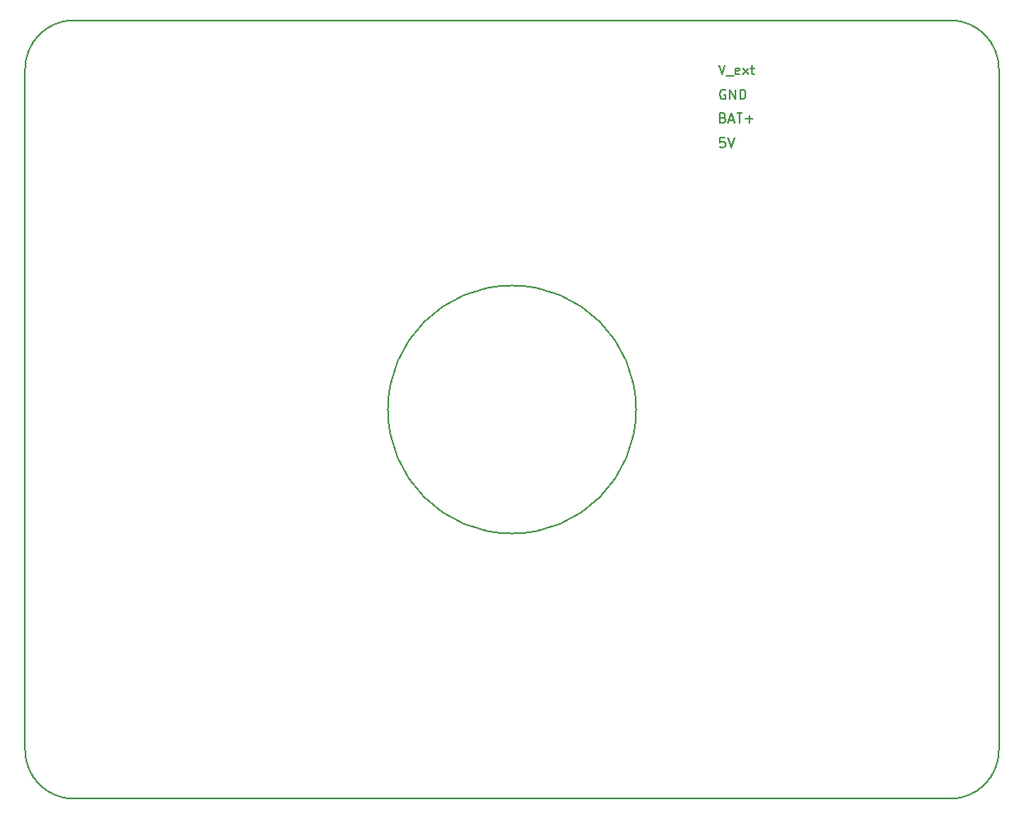
<source format=gbr>
%TF.GenerationSoftware,KiCad,Pcbnew,(5.1.6)-1*%
%TF.CreationDate,2021-02-27T16:35:54+01:00*%
%TF.ProjectId,07_LBAM_DFR,30375f4c-4241-44d5-9f44-46522e6b6963,rev?*%
%TF.SameCoordinates,Original*%
%TF.FileFunction,Legend,Bot*%
%TF.FilePolarity,Positive*%
%FSLAX46Y46*%
G04 Gerber Fmt 4.6, Leading zero omitted, Abs format (unit mm)*
G04 Created by KiCad (PCBNEW (5.1.6)-1) date 2021-02-27 16:35:54*
%MOMM*%
%LPD*%
G01*
G04 APERTURE LIST*
%TA.AperFunction,Profile*%
%ADD10C,0.150000*%
%TD*%
%ADD11C,0.150000*%
G04 APERTURE END LIST*
D10*
X162747549Y-105000000D02*
G75*
G03*
X162747549Y-105000000I-12747549J0D01*
G01*
X180000000Y-65000000D02*
X195000000Y-65000000D01*
X157000000Y-65000000D02*
X180000000Y-65000000D01*
X195000000Y-65000000D02*
G75*
G02*
X200000000Y-70000000I0J-5000000D01*
G01*
X200000000Y-140000000D02*
G75*
G02*
X195000000Y-145000000I-5000000J0D01*
G01*
X105000000Y-145000000D02*
G75*
G02*
X100000000Y-140000000I0J5000000D01*
G01*
X100000000Y-70000000D02*
G75*
G02*
X105000000Y-65000000I5000000J0D01*
G01*
X100000000Y-140000000D02*
X100000000Y-70000000D01*
X195000000Y-145000000D02*
X105000000Y-145000000D01*
X200000000Y-70000000D02*
X200000000Y-140000000D01*
X105000000Y-65000000D02*
X157000000Y-65000000D01*
%TO.C,U4*%
D11*
X171905095Y-72167000D02*
X171809857Y-72119380D01*
X171667000Y-72119380D01*
X171524142Y-72167000D01*
X171428904Y-72262238D01*
X171381285Y-72357476D01*
X171333666Y-72547952D01*
X171333666Y-72690809D01*
X171381285Y-72881285D01*
X171428904Y-72976523D01*
X171524142Y-73071761D01*
X171667000Y-73119380D01*
X171762238Y-73119380D01*
X171905095Y-73071761D01*
X171952714Y-73024142D01*
X171952714Y-72690809D01*
X171762238Y-72690809D01*
X172381285Y-73119380D02*
X172381285Y-72119380D01*
X172952714Y-73119380D01*
X172952714Y-72119380D01*
X173428904Y-73119380D02*
X173428904Y-72119380D01*
X173667000Y-72119380D01*
X173809857Y-72167000D01*
X173905095Y-72262238D01*
X173952714Y-72357476D01*
X174000333Y-72547952D01*
X174000333Y-72690809D01*
X173952714Y-72881285D01*
X173905095Y-72976523D01*
X173809857Y-73071761D01*
X173667000Y-73119380D01*
X173428904Y-73119380D01*
X171214666Y-69579380D02*
X171548000Y-70579380D01*
X171881333Y-69579380D01*
X171976571Y-70674619D02*
X172738476Y-70674619D01*
X173357523Y-70531761D02*
X173262285Y-70579380D01*
X173071809Y-70579380D01*
X172976571Y-70531761D01*
X172928952Y-70436523D01*
X172928952Y-70055571D01*
X172976571Y-69960333D01*
X173071809Y-69912714D01*
X173262285Y-69912714D01*
X173357523Y-69960333D01*
X173405142Y-70055571D01*
X173405142Y-70150809D01*
X172928952Y-70246047D01*
X173738476Y-70579380D02*
X174262285Y-69912714D01*
X173738476Y-69912714D02*
X174262285Y-70579380D01*
X174500380Y-69912714D02*
X174881333Y-69912714D01*
X174643238Y-69579380D02*
X174643238Y-70436523D01*
X174690857Y-70531761D01*
X174786095Y-70579380D01*
X174881333Y-70579380D01*
X171690857Y-75008571D02*
X171833714Y-75056190D01*
X171881333Y-75103809D01*
X171928952Y-75199047D01*
X171928952Y-75341904D01*
X171881333Y-75437142D01*
X171833714Y-75484761D01*
X171738476Y-75532380D01*
X171357523Y-75532380D01*
X171357523Y-74532380D01*
X171690857Y-74532380D01*
X171786095Y-74580000D01*
X171833714Y-74627619D01*
X171881333Y-74722857D01*
X171881333Y-74818095D01*
X171833714Y-74913333D01*
X171786095Y-74960952D01*
X171690857Y-75008571D01*
X171357523Y-75008571D01*
X172309904Y-75246666D02*
X172786095Y-75246666D01*
X172214666Y-75532380D02*
X172548000Y-74532380D01*
X172881333Y-75532380D01*
X173071809Y-74532380D02*
X173643238Y-74532380D01*
X173357523Y-75532380D02*
X173357523Y-74532380D01*
X173976571Y-75151428D02*
X174738476Y-75151428D01*
X174357523Y-75532380D02*
X174357523Y-74770476D01*
X171841523Y-77072380D02*
X171365333Y-77072380D01*
X171317714Y-77548571D01*
X171365333Y-77500952D01*
X171460571Y-77453333D01*
X171698666Y-77453333D01*
X171793904Y-77500952D01*
X171841523Y-77548571D01*
X171889142Y-77643809D01*
X171889142Y-77881904D01*
X171841523Y-77977142D01*
X171793904Y-78024761D01*
X171698666Y-78072380D01*
X171460571Y-78072380D01*
X171365333Y-78024761D01*
X171317714Y-77977142D01*
X172174857Y-77072380D02*
X172508190Y-78072380D01*
X172841523Y-77072380D01*
%TD*%
M02*

</source>
